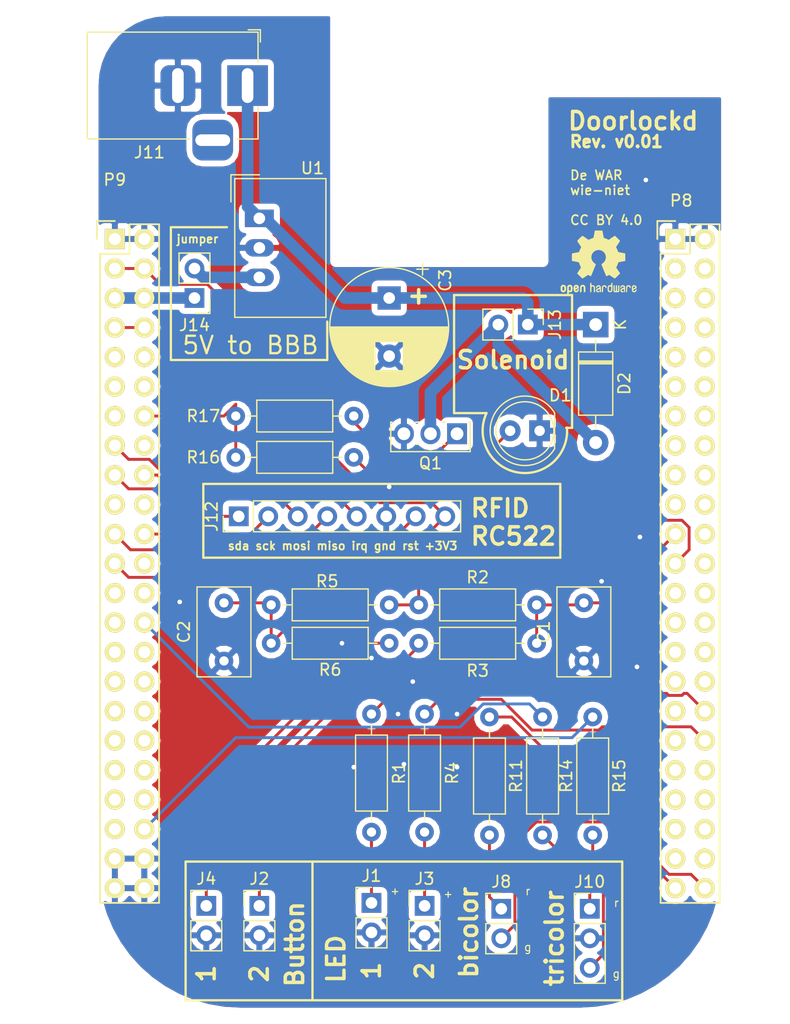
<source format=kicad_pcb>
(kicad_pcb (version 20171130) (host pcbnew "(5.0.2-5)-5")
  (layers (0 F.Cu signal) (31 B.Cu signal) (34 B.Paste user) (35 F.Paste user) (36 B.SilkS user) (37 F.SilkS user) (38 B.Mask user) (39 F.Mask user) (44 Edge.Cuts user))
  (net 0 "")
  (net 1 +3V3)
  (net 2 +5V)
  (net 3 SYS_5V)
  (net 4 Earth)
  (net 5 "Net-(D1-Pad2)")
  (net 6 +12V)
  (net 7 "Net-(D2-Pad2)")
  (net 8 "Net-(J1-Pad1)")
  (net 9 "Net-(J2-Pad1)")
  (net 10 "Net-(J3-Pad1)")
  (net 11 "Net-(J4-Pad1)")
  (net 12 "Net-(J8-Pad1)")
  (net 13 IO-P8_45-UI_BiLED1g)
  (net 14 "Net-(J10-Pad1)")
  (net 15 "Net-(J10-Pad3)")
  (net 16 IO-P9_17-RC522_SDA)
  (net 17 IO-P9_22-RC522_SCK)
  (net 18 IO-P9_18-RC522_MOSI)
  (net 19 IO-P9_21-RC522_MISO)
  (net 20 IO-P9_15-RC522_IRQ)
  (net 21 IO-P9_23-RC522_RST)
  (net 22 "Net-(J14-Pad2)")
  (net 23 IO-P8_34-UILED1)
  (net 24 IO-P8_36-UILED2)
  (net 25 IO-P8_46-UI_BiLED1r)
  (net 26 IO-P9_14-Solenoid)
  (net 27 IO-P9_28-UI_TriLED1r)
  (net 28 IO-P9_42-UI_TriLED1g)
  (net 29 "Net-(Q1-Pad1)")
  (net 30 IO-P8_21-Button2)
  (net 31 IO-P8_23-Button1)
  (module Socket_BeagleBone_Black:Socket_BeagleBone_Black (layer F.Cu) (at 164.6301 62.3824)
    (fp_text reference P8 (at 0.508 -3.302) (layer F.SilkS))
    (fp_text value BeagleBone_Black_Header)
    (pad 46 thru_hole oval (at 2.54 55.88) (size 1.7272 1.7272) (drill 1.016) (layers *.Cu *.Mask F.SilkS) (net 25 IO-P8_46-UI_BiLED1r))
    (pad 45 thru_hole oval (at 0 55.88) (size 1.7272 1.7272) (drill 1.016) (layers *.Cu *.Mask F.SilkS) (net 13 IO-P8_45-UI_BiLED1g))
    (pad 44 thru_hole oval (at 2.54 53.34) (size 1.7272 1.7272) (drill 1.016) (layers *.Cu *.Mask F.SilkS))
    (pad 43 thru_hole oval (at 0 53.34) (size 1.7272 1.7272) (drill 1.016) (layers *.Cu *.Mask F.SilkS))
    (pad 42 thru_hole oval (at 2.54 50.8) (size 1.7272 1.7272) (drill 1.016) (layers *.Cu *.Mask F.SilkS))
    (pad 41 thru_hole oval (at 0 50.8) (size 1.7272 1.7272) (drill 1.016) (layers *.Cu *.Mask F.SilkS))
    (pad 40 thru_hole oval (at 2.54 48.26) (size 1.7272 1.7272) (drill 1.016) (layers *.Cu *.Mask F.SilkS))
    (pad 39 thru_hole oval (at 0 48.26) (size 1.7272 1.7272) (drill 1.016) (layers *.Cu *.Mask F.SilkS))
    (pad 38 thru_hole oval (at 2.54 45.72) (size 1.7272 1.7272) (drill 1.016) (layers *.Cu *.Mask F.SilkS))
    (pad 37 thru_hole oval (at 0 45.72) (size 1.7272 1.7272) (drill 1.016) (layers *.Cu *.Mask F.SilkS))
    (pad 36 thru_hole oval (at 2.54 43.18) (size 1.7272 1.7272) (drill 1.016) (layers *.Cu *.Mask F.SilkS) (net 24 IO-P8_36-UILED2))
    (pad 35 thru_hole oval (at 0 43.18) (size 1.7272 1.7272) (drill 1.016) (layers *.Cu *.Mask F.SilkS))
    (pad 34 thru_hole oval (at 2.54 40.64) (size 1.7272 1.7272) (drill 1.016) (layers *.Cu *.Mask F.SilkS) (net 23 IO-P8_34-UILED1))
    (pad 33 thru_hole oval (at 0 40.64) (size 1.7272 1.7272) (drill 1.016) (layers *.Cu *.Mask F.SilkS))
    (pad 32 thru_hole oval (at 2.54 38.1) (size 1.7272 1.7272) (drill 1.016) (layers *.Cu *.Mask F.SilkS))
    (pad 31 thru_hole oval (at 0 38.1) (size 1.7272 1.7272) (drill 1.016) (layers *.Cu *.Mask F.SilkS))
    (pad 30 thru_hole oval (at 2.54 35.56) (size 1.7272 1.7272) (drill 1.016) (layers *.Cu *.Mask F.SilkS))
    (pad 29 thru_hole oval (at 0 35.56) (size 1.7272 1.7272) (drill 1.016) (layers *.Cu *.Mask F.SilkS))
    (pad 28 thru_hole oval (at 2.54 33.02) (size 1.7272 1.7272) (drill 1.016) (layers *.Cu *.Mask F.SilkS))
    (pad 27 thru_hole oval (at 0 33.02) (size 1.7272 1.7272) (drill 1.016) (layers *.Cu *.Mask F.SilkS))
    (pad 26 thru_hole oval (at 2.54 30.48) (size 1.7272 1.7272) (drill 1.016) (layers *.Cu *.Mask F.SilkS))
    (pad 25 thru_hole oval (at 0 30.48) (size 1.7272 1.7272) (drill 1.016) (layers *.Cu *.Mask F.SilkS))
    (pad 24 thru_hole oval (at 2.54 27.94) (size 1.7272 1.7272) (drill 1.016) (layers *.Cu *.Mask F.SilkS))
    (pad 23 thru_hole oval (at 0 27.94) (size 1.7272 1.7272) (drill 1.016) (layers *.Cu *.Mask F.SilkS) (net 31 IO-P8_23-Button1))
    (pad 22 thru_hole oval (at 2.54 25.4) (size 1.7272 1.7272) (drill 1.016) (layers *.Cu *.Mask F.SilkS))
    (pad 21 thru_hole oval (at 0 25.4) (size 1.7272 1.7272) (drill 1.016) (layers *.Cu *.Mask F.SilkS) (net 30 IO-P8_21-Button2))
    (pad 20 thru_hole oval (at 2.54 22.86) (size 1.7272 1.7272) (drill 1.016) (layers *.Cu *.Mask F.SilkS))
    (pad 19 thru_hole oval (at 0 22.86) (size 1.7272 1.7272) (drill 1.016) (layers *.Cu *.Mask F.SilkS))
    (pad 18 thru_hole oval (at 2.54 20.32) (size 1.7272 1.7272) (drill 1.016) (layers *.Cu *.Mask F.SilkS))
    (pad 17 thru_hole oval (at 0 20.32) (size 1.7272 1.7272) (drill 1.016) (layers *.Cu *.Mask F.SilkS))
    (pad 16 thru_hole oval (at 2.54 17.78) (size 1.7272 1.7272) (drill 1.016) (layers *.Cu *.Mask F.SilkS))
    (pad 15 thru_hole oval (at 0 17.78) (size 1.7272 1.7272) (drill 1.016) (layers *.Cu *.Mask F.SilkS))
    (pad 14 thru_hole oval (at 2.54 15.24) (size 1.7272 1.7272) (drill 1.016) (layers *.Cu *.Mask F.SilkS))
    (pad 13 thru_hole oval (at 0 15.24) (size 1.7272 1.7272) (drill 1.016) (layers *.Cu *.Mask F.SilkS))
    (pad 12 thru_hole oval (at 2.54 12.7) (size 1.7272 1.7272) (drill 1.016) (layers *.Cu *.Mask F.SilkS))
    (pad 11 thru_hole oval (at 0 12.7) (size 1.7272 1.7272) (drill 1.016) (layers *.Cu *.Mask F.SilkS))
    (pad 10 thru_hole oval (at 2.54 10.16) (size 1.7272 1.7272) (drill 1.016) (layers *.Cu *.Mask F.SilkS))
    (pad 9 thru_hole oval (at 0 10.16) (size 1.7272 1.7272) (drill 1.016) (layers *.Cu *.Mask F.SilkS))
    (pad 8 thru_hole oval (at 2.54 7.62) (size 1.7272 1.7272) (drill 1.016) (layers *.Cu *.Mask F.SilkS))
    (pad 7 thru_hole oval (at 0 7.62) (size 1.7272 1.7272) (drill 1.016) (layers *.Cu *.Mask F.SilkS))
    (pad 6 thru_hole oval (at 2.54 5.08) (size 1.7272 1.7272) (drill 1.016) (layers *.Cu *.Mask F.SilkS))
    (pad 5 thru_hole oval (at 0 5.08) (size 1.7272 1.7272) (drill 1.016) (layers *.Cu *.Mask F.SilkS))
    (pad 4 thru_hole oval (at 2.54 2.54) (size 1.7272 1.7272) (drill 1.016) (layers *.Cu *.Mask F.SilkS))
    (pad 3 thru_hole oval (at 0 2.54) (size 1.7272 1.7272) (drill 1.016) (layers *.Cu *.Mask F.SilkS))
    (pad 2 thru_hole oval (at 2.54 0) (size 1.7272 1.7272) (drill 1.016) (layers *.Cu *.Mask F.SilkS) (net 4 Earth))
    (pad 1 thru_hole rect (at 0 0) (size 1.7272 1.7272) (drill 1.016) (layers *.Cu *.Mask F.SilkS) (net 4 Earth))
  )
  (module Socket_BeagleBone_Black:Socket_BeagleBone_Black (layer F.Cu) (at 116.3701 62.3824)
    (fp_text reference P9 (at 0 -5.1) (layer F.SilkS))
    (fp_text value BeagleBone_Black_Header)
    (pad 46 thru_hole oval (at 2.54 55.88) (size 1.7272 1.7272) (drill 1.016) (layers *.Cu *.Mask F.SilkS) (net 4 Earth))
    (pad 45 thru_hole oval (at 0 55.88) (size 1.7272 1.7272) (drill 1.016) (layers *.Cu *.Mask F.SilkS) (net 4 Earth))
    (pad 44 thru_hole oval (at 2.54 53.34) (size 1.7272 1.7272) (drill 1.016) (layers *.Cu *.Mask F.SilkS) (net 4 Earth))
    (pad 43 thru_hole oval (at 0 53.34) (size 1.7272 1.7272) (drill 1.016) (layers *.Cu *.Mask F.SilkS) (net 4 Earth))
    (pad 42 thru_hole oval (at 2.54 50.8) (size 1.7272 1.7272) (drill 1.016) (layers *.Cu *.Mask F.SilkS) (net 28 IO-P9_42-UI_TriLED1g))
    (pad 41 thru_hole oval (at 0 50.8) (size 1.7272 1.7272) (drill 1.016) (layers *.Cu *.Mask F.SilkS))
    (pad 40 thru_hole oval (at 2.54 48.26) (size 1.7272 1.7272) (drill 1.016) (layers *.Cu *.Mask F.SilkS))
    (pad 39 thru_hole oval (at 0 48.26) (size 1.7272 1.7272) (drill 1.016) (layers *.Cu *.Mask F.SilkS))
    (pad 38 thru_hole oval (at 2.54 45.72) (size 1.7272 1.7272) (drill 1.016) (layers *.Cu *.Mask F.SilkS))
    (pad 37 thru_hole oval (at 0 45.72) (size 1.7272 1.7272) (drill 1.016) (layers *.Cu *.Mask F.SilkS))
    (pad 36 thru_hole oval (at 2.54 43.18) (size 1.7272 1.7272) (drill 1.016) (layers *.Cu *.Mask F.SilkS))
    (pad 35 thru_hole oval (at 0 43.18) (size 1.7272 1.7272) (drill 1.016) (layers *.Cu *.Mask F.SilkS))
    (pad 34 thru_hole oval (at 2.54 40.64) (size 1.7272 1.7272) (drill 1.016) (layers *.Cu *.Mask F.SilkS))
    (pad 33 thru_hole oval (at 0 40.64) (size 1.7272 1.7272) (drill 1.016) (layers *.Cu *.Mask F.SilkS))
    (pad 32 thru_hole oval (at 2.54 38.1) (size 1.7272 1.7272) (drill 1.016) (layers *.Cu *.Mask F.SilkS))
    (pad 31 thru_hole oval (at 0 38.1) (size 1.7272 1.7272) (drill 1.016) (layers *.Cu *.Mask F.SilkS))
    (pad 30 thru_hole oval (at 2.54 35.56) (size 1.7272 1.7272) (drill 1.016) (layers *.Cu *.Mask F.SilkS))
    (pad 29 thru_hole oval (at 0 35.56) (size 1.7272 1.7272) (drill 1.016) (layers *.Cu *.Mask F.SilkS))
    (pad 28 thru_hole oval (at 2.54 33.02) (size 1.7272 1.7272) (drill 1.016) (layers *.Cu *.Mask F.SilkS) (net 27 IO-P9_28-UI_TriLED1r))
    (pad 27 thru_hole oval (at 0 33.02) (size 1.7272 1.7272) (drill 1.016) (layers *.Cu *.Mask F.SilkS))
    (pad 26 thru_hole oval (at 2.54 30.48) (size 1.7272 1.7272) (drill 1.016) (layers *.Cu *.Mask F.SilkS))
    (pad 25 thru_hole oval (at 0 30.48) (size 1.7272 1.7272) (drill 1.016) (layers *.Cu *.Mask F.SilkS))
    (pad 24 thru_hole oval (at 2.54 27.94) (size 1.7272 1.7272) (drill 1.016) (layers *.Cu *.Mask F.SilkS))
    (pad 23 thru_hole oval (at 0 27.94) (size 1.7272 1.7272) (drill 1.016) (layers *.Cu *.Mask F.SilkS) (net 21 IO-P9_23-RC522_RST))
    (pad 22 thru_hole oval (at 2.54 25.4) (size 1.7272 1.7272) (drill 1.016) (layers *.Cu *.Mask F.SilkS) (net 17 IO-P9_22-RC522_SCK))
    (pad 21 thru_hole oval (at 0 25.4) (size 1.7272 1.7272) (drill 1.016) (layers *.Cu *.Mask F.SilkS) (net 19 IO-P9_21-RC522_MISO))
    (pad 20 thru_hole oval (at 2.54 22.86) (size 1.7272 1.7272) (drill 1.016) (layers *.Cu *.Mask F.SilkS))
    (pad 19 thru_hole oval (at 0 22.86) (size 1.7272 1.7272) (drill 1.016) (layers *.Cu *.Mask F.SilkS))
    (pad 18 thru_hole oval (at 2.54 20.32) (size 1.7272 1.7272) (drill 1.016) (layers *.Cu *.Mask F.SilkS) (net 18 IO-P9_18-RC522_MOSI))
    (pad 17 thru_hole oval (at 0 20.32) (size 1.7272 1.7272) (drill 1.016) (layers *.Cu *.Mask F.SilkS) (net 16 IO-P9_17-RC522_SDA))
    (pad 16 thru_hole oval (at 2.54 17.78) (size 1.7272 1.7272) (drill 1.016) (layers *.Cu *.Mask F.SilkS))
    (pad 15 thru_hole oval (at 0 17.78) (size 1.7272 1.7272) (drill 1.016) (layers *.Cu *.Mask F.SilkS) (net 20 IO-P9_15-RC522_IRQ))
    (pad 14 thru_hole oval (at 2.54 15.24) (size 1.7272 1.7272) (drill 1.016) (layers *.Cu *.Mask F.SilkS) (net 26 IO-P9_14-Solenoid))
    (pad 13 thru_hole oval (at 0 15.24) (size 1.7272 1.7272) (drill 1.016) (layers *.Cu *.Mask F.SilkS))
    (pad 12 thru_hole oval (at 2.54 12.7) (size 1.7272 1.7272) (drill 1.016) (layers *.Cu *.Mask F.SilkS))
    (pad 11 thru_hole oval (at 0 12.7) (size 1.7272 1.7272) (drill 1.016) (layers *.Cu *.Mask F.SilkS))
    (pad 10 thru_hole oval (at 2.54 10.16) (size 1.7272 1.7272) (drill 1.016) (layers *.Cu *.Mask F.SilkS))
    (pad 9 thru_hole oval (at 0 10.16) (size 1.7272 1.7272) (drill 1.016) (layers *.Cu *.Mask F.SilkS))
    (pad 8 thru_hole oval (at 2.54 7.62) (size 1.7272 1.7272) (drill 1.016) (layers *.Cu *.Mask F.SilkS) (net 3 SYS_5V))
    (pad 7 thru_hole oval (at 0 7.62) (size 1.7272 1.7272) (drill 1.016) (layers *.Cu *.Mask F.SilkS) (net 3 SYS_5V))
    (pad 6 thru_hole oval (at 2.54 5.08) (size 1.7272 1.7272) (drill 1.016) (layers *.Cu *.Mask F.SilkS) (net 2 +5V))
    (pad 5 thru_hole oval (at 0 5.08) (size 1.7272 1.7272) (drill 1.016) (layers *.Cu *.Mask F.SilkS) (net 2 +5V))
    (pad 4 thru_hole oval (at 2.54 2.54) (size 1.7272 1.7272) (drill 1.016) (layers *.Cu *.Mask F.SilkS) (net 1 +3V3))
    (pad 3 thru_hole oval (at 0 2.54) (size 1.7272 1.7272) (drill 1.016) (layers *.Cu *.Mask F.SilkS) (net 1 +3V3))
    (pad 2 thru_hole oval (at 2.54 0) (size 1.7272 1.7272) (drill 1.016) (layers *.Cu *.Mask F.SilkS) (net 4 Earth))
    (pad 1 thru_hole rect (at 0 0) (size 1.7272 1.7272) (drill 1.016) (layers *.Cu *.Mask F.SilkS) (net 4 Earth))
  )
  (module Capacitor_THT:C_Disc_D7.5mm_W4.4mm_P5.00mm (layer F.Cu) (at 156.7561 98.7044 90)
    (fp_text reference C1 (at 2.5 -3.45 90) (layer F.SilkS))
    (fp_text value C)
    (pad 2 thru_hole circle (at 5 0 90) (size 1.6 1.6) (drill 0.8) (layers *.Cu *.Mask) (net 30 IO-P8_21-Button2))
    (pad 1 thru_hole circle (at 0 0 90) (size 1.6 1.6) (drill 0.8) (layers *.Cu *.Mask) (net 4 Earth))
  )
  (module Capacitor_THT:C_Disc_D7.5mm_W4.4mm_P5.00mm (layer F.Cu) (at 125.7681 98.7044 90)
    (fp_text reference C2 (at 2.5 -3.45 90) (layer F.SilkS))
    (fp_text value C)
    (pad 2 thru_hole circle (at 5 0 90) (size 1.6 1.6) (drill 0.8) (layers *.Cu *.Mask) (net 31 IO-P8_23-Button1))
    (pad 1 thru_hole circle (at 0 0 90) (size 1.6 1.6) (drill 0.8) (layers *.Cu *.Mask) (net 4 Earth))
  )
  (module LED_THT:LED_D5.0mm (layer F.Cu) (at 152.9461 78.8924 180)
    (fp_text reference D1 (at -1.778 3.048 180) (layer F.SilkS))
    (fp_text value LED)
    (pad 2 thru_hole circle (at 2.54 0 180) (size 1.8 1.8) (drill 0.9) (layers *.Cu *.Mask) (net 5 "Net-(D1-Pad2)"))
    (pad 1 thru_hole rect (at 0 0 180) (size 1.8 1.8) (drill 0.9) (layers *.Cu *.Mask) (net 4 Earth))
  )
  (module Diode_THT:D_DO-41_SOD81_P10.16mm_Horizontal (layer F.Cu) (at 157.7721 69.7484 270)
    (fp_text reference D2 (at 5.08 -2.47 270) (layer F.SilkS))
    (fp_text value 1N4007)
    (fp_text user K (at 0 -2.1 270) (layer F.SilkS))
    (pad 2 thru_hole oval (at 10.16 0 270) (size 2.2 2.2) (drill 1.1) (layers *.Cu *.Mask) (net 7 "Net-(D2-Pad2)"))
    (pad 1 thru_hole rect (at 0 0 270) (size 2.2 2.2) (drill 1.1) (layers *.Cu *.Mask) (net 6 +12V))
  )
  (module Connector_PinHeader_2.54mm:PinHeader_1x02_P2.54mm_Vertical (layer F.Cu) (at 138.4681 119.5324)
    (fp_text reference J1 (at 0 -2.33) (layer F.SilkS))
    (fp_text value Conn_01x02)
    (pad 2 thru_hole oval (at 0 2.54) (size 1.7 1.7) (drill 1) (layers *.Cu *.Mask) (net 4 Earth))
    (pad 1 thru_hole rect (at 0 0) (size 1.7 1.7) (drill 1) (layers *.Cu *.Mask) (net 8 "Net-(J1-Pad1)"))
  )
  (module Connector_PinHeader_2.54mm:PinHeader_1x02_P2.54mm_Vertical (layer F.Cu) (at 128.8161 119.7864)
    (fp_text reference J2 (at 0 -2.33) (layer F.SilkS))
    (fp_text value Conn_01x02)
    (pad 2 thru_hole oval (at 0 2.54) (size 1.7 1.7) (drill 1) (layers *.Cu *.Mask) (net 4 Earth))
    (pad 1 thru_hole rect (at 0 0) (size 1.7 1.7) (drill 1) (layers *.Cu *.Mask) (net 9 "Net-(J2-Pad1)"))
  )
  (module Connector_PinHeader_2.54mm:PinHeader_1x02_P2.54mm_Vertical (layer F.Cu) (at 143.0401 119.7864)
    (fp_text reference J3 (at 0 -2.33) (layer F.SilkS))
    (fp_text value Conn_01x02)
    (pad 2 thru_hole oval (at 0 2.54) (size 1.7 1.7) (drill 1) (layers *.Cu *.Mask) (net 4 Earth))
    (pad 1 thru_hole rect (at 0 0) (size 1.7 1.7) (drill 1) (layers *.Cu *.Mask) (net 10 "Net-(J3-Pad1)"))
  )
  (module Connector_PinHeader_2.54mm:PinHeader_1x02_P2.54mm_Vertical (layer F.Cu) (at 124.2441 119.7864)
    (fp_text reference J4 (at 0 -2.33) (layer F.SilkS))
    (fp_text value Conn_01x02)
    (pad 2 thru_hole oval (at 0 2.54) (size 1.7 1.7) (drill 1) (layers *.Cu *.Mask) (net 4 Earth))
    (pad 1 thru_hole rect (at 0 0) (size 1.7 1.7) (drill 1) (layers *.Cu *.Mask) (net 11 "Net-(J4-Pad1)"))
  )
  (module Connector_PinHeader_2.54mm:PinHeader_1x02_P2.54mm_Vertical (layer F.Cu) (at 149.6441 120.0404)
    (fp_text reference J8 (at 0 -2.33) (layer F.SilkS))
    (fp_text value Conn_01x02)
    (pad 2 thru_hole oval (at 0 2.54) (size 1.7 1.7) (drill 1) (layers *.Cu *.Mask) (net 13 IO-P8_45-UI_BiLED1g))
    (pad 1 thru_hole rect (at 0 0) (size 1.7 1.7) (drill 1) (layers *.Cu *.Mask) (net 12 "Net-(J8-Pad1)"))
  )
  (module Connector_PinHeader_2.54mm:PinHeader_1x03_P2.54mm_Vertical (layer F.Cu) (at 157.2641 120.0404)
    (fp_text reference J10 (at 0 -2.33) (layer F.SilkS))
    (fp_text value Conn_01x03)
    (pad 3 thru_hole oval (at 0 5.08) (size 1.7 1.7) (drill 1) (layers *.Cu *.Mask) (net 15 "Net-(J10-Pad3)"))
    (pad 2 thru_hole oval (at 0 2.54) (size 1.7 1.7) (drill 1) (layers *.Cu *.Mask) (net 4 Earth))
    (pad 1 thru_hole rect (at 0 0) (size 1.7 1.7) (drill 1) (layers *.Cu *.Mask) (net 14 "Net-(J10-Pad1)"))
  )
  (module Connector_BarrelJack:BarrelJack_Horizontal (layer F.Cu) (at 127.8001 49.1744)
    (fp_text reference J11 (at -8.45 5.75) (layer F.SilkS))
    (fp_text value Barrel_Jack_Switch)
    (pad 3 thru_hole roundrect (at -3 4.7) (size 3.5 3.5) (drill oval 3 1) (layers *.Cu *.Mask))
    (pad 2 thru_hole roundrect (at -6 0) (size 3 3.5) (drill oval 1 3) (layers *.Cu *.Mask) (net 4 Earth))
    (pad 1 thru_hole rect (at 0 0) (size 3.5 3.5) (drill oval 1 3) (layers *.Cu *.Mask) (net 6 +12V))
  )
  (module Package_TO_SOT_THT:SIPAK_Vertical (layer F.Cu) (at 145.8341 79.1464 180)
    (fp_text reference Q1 (at 2.286 -2.54 180) (layer F.SilkS))
    (fp_text value STU60N3LH5)
    (pad 3 thru_hole oval (at 4.572 0 180) (size 1.7145 1.8) (drill 1.1) (layers *.Cu *.Mask) (net 4 Earth))
    (pad 2 thru_hole oval (at 2.286 0 180) (size 1.7145 1.8) (drill 1.1) (layers *.Cu *.Mask) (net 7 "Net-(D2-Pad2)"))
    (pad 1 thru_hole rect (at 0 0 180) (size 1.7145 1.8) (drill 1.1) (layers *.Cu *.Mask) (net 29 "Net-(Q1-Pad1)"))
  )
  (module Resistor_THT:R_Axial_DIN0207_L6.3mm_D2.5mm_P10.16mm_Horizontal (layer F.Cu) (at 138.4681 103.2764 270)
    (fp_text reference R1 (at 5.08 -2.37 270) (layer F.SilkS))
    (fp_text value R)
    (pad 2 thru_hole oval (at 10.16 0 270) (size 1.6 1.6) (drill 0.8) (layers *.Cu *.Mask) (net 8 "Net-(J1-Pad1)"))
    (pad 1 thru_hole circle (at 0 0 270) (size 1.6 1.6) (drill 0.8) (layers *.Cu *.Mask) (net 23 IO-P8_34-UILED1))
  )
  (module Resistor_THT:R_Axial_DIN0207_L6.3mm_D2.5mm_P10.16mm_Horizontal (layer F.Cu) (at 142.5321 93.8784)
    (fp_text reference R2 (at 5.08 -2.37) (layer F.SilkS))
    (fp_text value R)
    (pad 2 thru_hole oval (at 10.16 0) (size 1.6 1.6) (drill 0.8) (layers *.Cu *.Mask) (net 30 IO-P8_21-Button2))
    (pad 1 thru_hole circle (at 0 0) (size 1.6 1.6) (drill 0.8) (layers *.Cu *.Mask) (net 1 +3V3))
  )
  (module Resistor_THT:R_Axial_DIN0207_L6.3mm_D2.5mm_P10.16mm_Horizontal (layer F.Cu) (at 152.6921 97.1804 180)
    (fp_text reference R3 (at 5.08 -2.37 180) (layer F.SilkS))
    (fp_text value R)
    (pad 2 thru_hole oval (at 10.16 0 180) (size 1.6 1.6) (drill 0.8) (layers *.Cu *.Mask) (net 9 "Net-(J2-Pad1)"))
    (pad 1 thru_hole circle (at 0 0 180) (size 1.6 1.6) (drill 0.8) (layers *.Cu *.Mask) (net 30 IO-P8_21-Button2))
  )
  (module Resistor_THT:R_Axial_DIN0207_L6.3mm_D2.5mm_P10.16mm_Horizontal (layer F.Cu) (at 143.0401 103.2764 270)
    (fp_text reference R4 (at 5.08 -2.37 270) (layer F.SilkS))
    (fp_text value R)
    (pad 2 thru_hole oval (at 10.16 0 270) (size 1.6 1.6) (drill 0.8) (layers *.Cu *.Mask) (net 10 "Net-(J3-Pad1)"))
    (pad 1 thru_hole circle (at 0 0 270) (size 1.6 1.6) (drill 0.8) (layers *.Cu *.Mask) (net 24 IO-P8_36-UILED2))
  )
  (module Resistor_THT:R_Axial_DIN0207_L6.3mm_D2.5mm_P10.16mm_Horizontal (layer F.Cu) (at 139.9921 93.8784 180)
    (fp_text reference R5 (at 5.334 2.032 180) (layer F.SilkS))
    (fp_text value R)
    (pad 2 thru_hole oval (at 10.16 0 180) (size 1.6 1.6) (drill 0.8) (layers *.Cu *.Mask) (net 31 IO-P8_23-Button1))
    (pad 1 thru_hole circle (at 0 0 180) (size 1.6 1.6) (drill 0.8) (layers *.Cu *.Mask) (net 1 +3V3))
  )
  (module Resistor_THT:R_Axial_DIN0207_L6.3mm_D2.5mm_P10.16mm_Horizontal (layer F.Cu) (at 129.8321 97.1804)
    (fp_text reference R6 (at 5.08 2.286) (layer F.SilkS))
    (fp_text value R)
    (pad 2 thru_hole oval (at 10.16 0) (size 1.6 1.6) (drill 0.8) (layers *.Cu *.Mask) (net 11 "Net-(J4-Pad1)"))
    (pad 1 thru_hole circle (at 0 0) (size 1.6 1.6) (drill 0.8) (layers *.Cu *.Mask) (net 31 IO-P8_23-Button1))
  )
  (module Resistor_THT:R_Axial_DIN0207_L6.3mm_D2.5mm_P10.16mm_Horizontal (layer F.Cu) (at 148.6281 103.5304 270)
    (fp_text reference R11 (at 5.08 -2.286 270) (layer F.SilkS))
    (fp_text value R)
    (pad 2 thru_hole oval (at 10.16 0 270) (size 1.6 1.6) (drill 0.8) (layers *.Cu *.Mask) (net 12 "Net-(J8-Pad1)"))
    (pad 1 thru_hole circle (at 0 0 270) (size 1.6 1.6) (drill 0.8) (layers *.Cu *.Mask) (net 25 IO-P8_46-UI_BiLED1r))
  )
  (module Resistor_THT:R_Axial_DIN0207_L6.3mm_D2.5mm_P10.16mm_Horizontal (layer F.Cu) (at 153.2001 113.6904 90)
    (fp_text reference R14 (at 5.08 2.032 90) (layer F.SilkS))
    (fp_text value R)
    (pad 2 thru_hole oval (at 10.16 0 90) (size 1.6 1.6) (drill 0.8) (layers *.Cu *.Mask) (net 27 IO-P9_28-UI_TriLED1r))
    (pad 1 thru_hole circle (at 0 0 90) (size 1.6 1.6) (drill 0.8) (layers *.Cu *.Mask) (net 14 "Net-(J10-Pad1)"))
  )
  (module Resistor_THT:R_Axial_DIN0207_L6.3mm_D2.5mm_P10.16mm_Horizontal (layer F.Cu) (at 157.5181 113.6904 90)
    (fp_text reference R15 (at 5.08 2.286 90) (layer F.SilkS))
    (fp_text value R)
    (pad 2 thru_hole oval (at 10.16 0 90) (size 1.6 1.6) (drill 0.8) (layers *.Cu *.Mask) (net 28 IO-P9_42-UI_TriLED1g))
    (pad 1 thru_hole circle (at 0 0 90) (size 1.6 1.6) (drill 0.8) (layers *.Cu *.Mask) (net 15 "Net-(J10-Pad3)"))
  )
  (module Resistor_THT:R_Axial_DIN0207_L6.3mm_D2.5mm_P10.16mm_Horizontal (layer F.Cu) (at 126.7841 81.1784)
    (fp_text reference R16 (at -2.794 0) (layer F.SilkS))
    (fp_text value R)
    (pad 2 thru_hole oval (at 10.16 0) (size 1.6 1.6) (drill 0.8) (layers *.Cu *.Mask) (net 5 "Net-(D1-Pad2)"))
    (pad 1 thru_hole circle (at 0 0) (size 1.6 1.6) (drill 0.8) (layers *.Cu *.Mask) (net 26 IO-P9_14-Solenoid))
  )
  (module Resistor_THT:R_Axial_DIN0207_L6.3mm_D2.5mm_P10.16mm_Horizontal (layer F.Cu) (at 126.7841 77.6224)
    (fp_text reference R17 (at -2.794 0) (layer F.SilkS))
    (fp_text value R)
    (pad 2 thru_hole oval (at 10.16 0) (size 1.6 1.6) (drill 0.8) (layers *.Cu *.Mask) (net 29 "Net-(Q1-Pad1)"))
    (pad 1 thru_hole circle (at 0 0) (size 1.6 1.6) (drill 0.8) (layers *.Cu *.Mask) (net 26 IO-P9_14-Solenoid))
  )
  (module Converter_DCDC:Converter_DCDC_TRACO_TSR-1_THT (layer F.Cu) (at 128.8161 60.6044 270)
    (fp_text reference U1 (at -4.318 -4.572) (layer F.SilkS))
    (fp_text value TSR_1-2450)
    (pad 3 thru_hole oval (at 5.08 0 270) (size 1.5 2.5) (drill 1) (layers *.Cu *.Mask) (net 22 "Net-(J14-Pad2)"))
    (pad 2 thru_hole oval (at 2.54 0 270) (size 1.5 2.5) (drill 1) (layers *.Cu *.Mask) (net 4 Earth))
    (pad 1 thru_hole rect (at 0 0 270) (size 1.5 2.5) (drill 1) (layers *.Cu *.Mask) (net 6 +12V))
  )
  (module Connector_PinHeader_2.54mm:PinHeader_1x08_P2.54mm_Vertical (layer F.Cu) (at 127.0381 86.2584 90)
    (fp_text reference J12 (at 0 -2.33 90) (layer F.SilkS))
    (fp_text value Conn_01x08)
    (pad 8 thru_hole oval (at 0 17.78 90) (size 1.7 1.7) (drill 1) (layers *.Cu *.Mask) (net 1 +3V3))
    (pad 7 thru_hole oval (at 0 15.24 90) (size 1.7 1.7) (drill 1) (layers *.Cu *.Mask) (net 21 IO-P9_23-RC522_RST))
    (pad 6 thru_hole oval (at 0 12.7 90) (size 1.7 1.7) (drill 1) (layers *.Cu *.Mask) (net 4 Earth))
    (pad 5 thru_hole oval (at 0 10.16 90) (size 1.7 1.7) (drill 1) (layers *.Cu *.Mask) (net 20 IO-P9_15-RC522_IRQ))
    (pad 4 thru_hole oval (at 0 7.62 90) (size 1.7 1.7) (drill 1) (layers *.Cu *.Mask) (net 19 IO-P9_21-RC522_MISO))
    (pad 3 thru_hole oval (at 0 5.08 90) (size 1.7 1.7) (drill 1) (layers *.Cu *.Mask) (net 18 IO-P9_18-RC522_MOSI))
    (pad 2 thru_hole oval (at 0 2.54 90) (size 1.7 1.7) (drill 1) (layers *.Cu *.Mask) (net 17 IO-P9_22-RC522_SCK))
    (pad 1 thru_hole rect (at 0 0 90) (size 1.7 1.7) (drill 1) (layers *.Cu *.Mask) (net 16 IO-P9_17-RC522_SDA))
  )
  (module Connector_PinHeader_2.54mm:PinHeader_1x02_P2.54mm_Vertical (layer F.Cu) (at 151.9301 69.7484 270)
    (fp_text reference J13 (at 0 -2.33 270) (layer F.SilkS))
    (fp_text value Conn_01x02)
    (pad 2 thru_hole oval (at 0 2.54 270) (size 1.7 1.7) (drill 1) (layers *.Cu *.Mask) (net 7 "Net-(D2-Pad2)"))
    (pad 1 thru_hole rect (at 0 0 270) (size 1.7 1.7) (drill 1) (layers *.Cu *.Mask) (net 6 +12V))
  )
  (module Connector_PinHeader_2.54mm:PinHeader_1x02_P2.54mm_Vertical (layer F.Cu) (at 123.2281 67.4624 180)
    (fp_text reference J14 (at 0 -2.33 180) (layer F.SilkS))
    (fp_text value Conn_01x02)
    (pad 2 thru_hole oval (at 0 2.54 180) (size 1.7 1.7) (drill 1) (layers *.Cu *.Mask) (net 22 "Net-(J14-Pad2)"))
    (pad 1 thru_hole rect (at 0 0 180) (size 1.7 1.7) (drill 1) (layers *.Cu *.Mask) (net 2 +5V))
  )
  (module Capacitor_THT:CP_Radial_D10.0mm_P5.00mm (layer F.Cu) (at 139.9921 67.4624 270)
    (fp_text reference C3 (at -1.524 -4.826 270) (layer F.SilkS))
    (fp_text value 470u)
    (pad 2 thru_hole circle (at 5 0 270) (size 2 2) (drill 1) (layers *.Cu *.Mask) (net 4 Earth))
    (pad 1 thru_hole rect (at 0 0 270) (size 2 2) (drill 1) (layers *.Cu *.Mask) (net 6 +12V))
  )
  (module Symbol:OSHW-Logo2_7.3x6mm_SilkScreen (layer F.Cu) (at 158.0261 64.4144)
    (fp_text reference REF** hide)
    (fp_text value OSHW-Logo2_7.3x6mm_SilkScreen hide)
  )
  (gr_text "Rev. v0.01" (at 159.5501 54.0004) (layer F.SilkS) (effects (font (size 1 1) (thickness 0.25))))
  (gr_text g (at 159.5501 125.6284) (layer F.SilkS) (effects (font (size 0.7 0.7) (thickness 0.1))))
  (gr_text r (at 159.5501 119.5324) (layer F.SilkS) (effects (font (size 0.7 0.7) (thickness 0.1))))
  (gr_text g (at 151.9301 123.3424) (layer F.SilkS) (effects (font (size 0.7 0.7) (thickness 0.1))))
  (gr_text r (at 151.9301 118.5164) (layer F.SilkS) (effects (font (size 0.7 0.7) (thickness 0.1))))
  (gr_text + (at 145.0721 118.7704) (layer F.SilkS) (effects (font (size 0.6 0.6) (thickness 0.1))))
  (gr_text + (at 140.5001 118.5164) (layer F.SilkS) (effects (font (size 0.6 0.6) (thickness 0.1))))
  (gr_text + (at 142.5321 67.2084) (layer F.SilkS) (effects (font (size 1.5 1.5) (thickness 0.3))))
  (gr_text jumper (at 123.4821 62.3824) (layer F.SilkS) (effects (font (size 0.7 0.7))))
  (gr_text "De WAR\nwie-niet\n\nCC BY 4.0" (at 155.4861 58.8264) (layer F.SilkS) (effects (font (size 0.8 0.8) (thickness 0.14)) (justify left)))
  (gr_text "Doorlockd " (at 155.2321 52.2224) (layer F.SilkS) (effects (font (size 1.5 1.5) (thickness 0.3)) (justify left)))
  (gr_line (start 121.1961 61.3664) (end 126.0221 61.3664) (layer F.SilkS) (width 0.2))
  (gr_line (start 134.6581 72.7964) (end 134.6581 69.4944) (layer F.SilkS) (width 0.2))
  (gr_line (start 121.1961 72.7964) (end 134.6581 72.7964) (layer F.SilkS) (width 0.2))
  (gr_line (start 121.1961 61.3664) (end 121.1961 72.7964) (layer F.SilkS) (width 0.2))
  (gr_arc (start 151.6761 78.8924) (end 148.374101 77.368401) (angle -209.1738459) (layer F.SilkS) (width 0.2))
  (gr_line (start 155.7401 78.6384) (end 155.2321 78.6384) (layer F.SilkS) (width 0.2))
  (gr_line (start 145.5801 77.3684) (end 148.3741 77.3684) (layer F.SilkS) (width 0.2))
  (gr_text "5V to BBB" (at 128.0541 71.5264) (layer F.SilkS) (effects (font (size 1.5 1.5) (thickness 0.2))))
  (gr_text "sda sck mosi miso irq gnd rst +3V3" (at 126.0221 88.7984) (layer F.SilkS) (effects (font (size 0.7 0.7)) (justify left)))
  (gr_line (start 154.7241 83.4644) (end 154.7241 89.8144) (layer F.SilkS) (width 0.2))
  (gr_line (start 123.9901 83.4644) (end 154.7241 83.4644) (layer F.SilkS) (width 0.2))
  (gr_line (start 123.9901 89.8144) (end 123.9901 83.4644) (layer F.SilkS) (width 0.2))
  (gr_line (start 154.7241 89.8144) (end 123.9901 89.8144) (layer F.SilkS) (width 0.2))
  (gr_line (start 154.7241 83.7184) (end 154.7241 88.7984) (layer F.SilkS) (width 0.2))
  (gr_text "RFID\nRC522" (at 146.8501 86.7664) (layer F.SilkS) (effects (font (size 1.5 1.5) (thickness 0.3)) (justify left)))
  (gr_line (start 145.5801 67.2084) (end 145.5801 77.3684) (layer F.SilkS) (width 0.2))
  (gr_line (start 155.7401 67.2084) (end 145.5801 67.2084) (layer F.SilkS) (width 0.2))
  (gr_line (start 155.7401 78.6384) (end 155.7401 67.2084) (layer F.SilkS) (width 0.2))
  (gr_text Solenoid (at 150.6601 72.7964) (layer F.SilkS) (effects (font (size 1.5 1.5) (thickness 0.3))))
  (gr_text 2 (at 128.8161 125.6284 90) (layer F.SilkS) (effects (font (size 1.5 1.5) (thickness 0.3))))
  (gr_line (start 133.3881 115.9764) (end 133.3881 127.9144) (layer F.SilkS) (width 0.2))
  (gr_text tricolor (at 154.2161 122.5804 90) (layer F.SilkS) (effects (font (size 1.5 1.5) (thickness 0.3))))
  (gr_text bicolor (at 146.8501 122.0724 90) (layer F.SilkS) (effects (font (size 1.5 1.5) (thickness 0.3))))
  (gr_text LED (at 135.4201 124.3584 90) (layer F.SilkS) (effects (font (size 1.5 1.5) (thickness 0.3))))
  (gr_line (start 160.0581 115.9764) (end 160.0581 116.4844) (layer F.SilkS) (width 0.2))
  (gr_line (start 122.4661 115.9764) (end 160.0581 115.9764) (layer F.SilkS) (width 0.2))
  (gr_line (start 122.4661 127.9144) (end 122.4661 115.9764) (layer F.SilkS) (width 0.2))
  (gr_line (start 160.0581 127.9144) (end 122.4661 127.9144) (layer F.SilkS) (width 0.2))
  (gr_line (start 160.0581 116.2304) (end 160.0581 127.9144) (layer F.SilkS) (width 0.2))
  (gr_text 2 (at 143.0401 125.3744 90) (layer F.SilkS) (effects (font (size 1.5 1.5) (thickness 0.3))))
  (gr_text 1 (at 138.4681 125.3744 90) (layer F.SilkS) (effects (font (size 1.5 1.5) (thickness 0.3))))
  (gr_text Button (at 131.8641 123.0884 90) (layer F.SilkS) (effects (font (size 1.5 1.5) (thickness 0.3))))
  (gr_text 1 (at 124.2441 125.6284 90) (layer F.SilkS) (effects (font (size 1.5 1.5) (thickness 0.3))))
  (gr_arc (start 127.1651 116.3574) (end 127.1651 129.0574) (angle 90) (layer Edge.Cuts) (width 0.00254))
  (gr_arc (start 156.3751 116.3574) (end 169.0751 116.3574) (angle 90) (layer Edge.Cuts) (width 0.00254))
  (gr_arc (start 120.8151 49.0474) (end 114.4651 49.0474) (angle 90) (layer Edge.Cuts) (width 0.00254))
  (gr_line (start 135.4201 42.6974) (end 120.8151 42.6974) (layer Edge.Cuts) (width 0.00254))
  (gr_line (start 135.4201 64.2874) (end 135.4201 42.6974) (layer Edge.Cuts) (width 0.00254))
  (gr_line (start 153.2001 64.2874) (end 135.4201 64.2874) (layer Edge.Cuts) (width 0.00254))
  (gr_line (start 153.2001 49.6824) (end 153.2001 64.2874) (layer Edge.Cuts) (width 0.00254))
  (gr_line (start 169.0751 49.6824) (end 153.2001 49.6824) (layer Edge.Cuts) (width 0.00254))
  (gr_line (start 169.0751 116.3574) (end 169.0751 49.6824) (layer Edge.Cuts) (width 0.00254))
  (gr_line (start 127.1651 129.0574) (end 156.3751 129.0574) (layer Edge.Cuts) (width 0.00254))
  (gr_line (start 114.4651 49.0474) (end 114.4651 116.3574) (layer Edge.Cuts) (width 0.00254))
  (segment (start 139.9921 93.8784) (end 142.5321 93.8784) (width 0.25) (layer F.Cu) (net 1))
  (segment (start 142.5321 88.5444) (end 144.8181 86.2584) (width 0.25) (layer F.Cu) (net 1))
  (segment (start 142.5321 93.8784) (end 142.5321 88.5444) (width 0.25) (layer F.Cu) (net 1))
  (segment (start 117.591414 64.9224) (end 116.3701 64.9224) (width 0.25) (layer F.Cu) (net 1))
  (segment (start 118.12923 64.9224) (end 117.591414 64.9224) (width 0.25) (layer F.Cu) (net 1))
  (segment (start 143.968101 85.408401) (end 144.8181 86.2584) (width 0.25) (layer F.Cu) (net 1))
  (segment (start 143.643099 85.083399) (end 143.968101 85.408401) (width 0.25) (layer F.Cu) (net 1))
  (segment (start 139.174099 85.083399) (end 143.643099 85.083399) (width 0.25) (layer F.Cu) (net 1))
  (segment (start 132.6261 78.5354) (end 139.174099 85.083399) (width 0.25) (layer F.Cu) (net 1))
  (segment (start 132.6261 74.575398) (end 132.6261 78.5354) (width 0.25) (layer F.Cu) (net 1))
  (segment (start 124.338101 66.287399) (end 132.6261 74.575398) (width 0.25) (layer F.Cu) (net 1))
  (segment (start 120.275099 66.287399) (end 124.338101 66.287399) (width 0.25) (layer F.Cu) (net 1))
  (segment (start 118.9101 64.9224) (end 120.275099 66.287399) (width 0.25) (layer F.Cu) (net 1))
  (segment (start 116.3701 67.4624) (end 118.9101 67.4624) (width 1) (layer B.Cu) (net 2))
  (segment (start 118.9101 67.4624) (end 123.2281 67.4624) (width 1) (layer B.Cu) (net 2))
  (segment (start 116.3701 70.0024) (end 118.9101 70.0024) (width 0.25) (layer F.Cu) (net 3))
  (via (at 136.9441 107.8484) (size 0.6) (drill 0.4) (layers F.Cu B.Cu) (net 4))
  (via (at 141.2621 107.5944) (size 0.6) (drill 0.4) (layers F.Cu B.Cu) (net 4))
  (via (at 145.8341 107.8484) (size 0.6) (drill 0.4) (layers F.Cu B.Cu) (net 4))
  (via (at 140.7541 103.2764) (size 0.6) (drill 0.4) (layers F.Cu B.Cu) (net 4))
  (via (at 161.5821 88.0364) (size 0.6) (drill 0.4) (layers F.Cu B.Cu) (net 4))
  (via (at 152.1841 88.2904) (size 0.6) (drill 0.4) (layers F.Cu B.Cu) (net 4))
  (via (at 158.2801 91.8464) (size 0.6) (drill 0.4) (layers F.Cu B.Cu) (net 4))
  (via (at 142.0241 100.4824) (size 0.6) (drill 0.4) (layers F.Cu B.Cu) (net 4))
  (via (at 161.3281 99.2124) (size 0.6) (drill 0.4) (layers F.Cu B.Cu) (net 4))
  (via (at 121.9581 93.6244) (size 0.6) (drill 0.4) (layers F.Cu B.Cu) (net 4))
  (via (at 145.8341 103.2764) (size 0.6) (drill 0.4) (layers F.Cu B.Cu) (net 4))
  (via (at 139.9921 83.7184) (size 0.6) (drill 0.4) (layers F.Cu B.Cu) (net 4))
  (via (at 135.9281 97.1804) (size 0.6) (drill 0.4) (layers F.Cu B.Cu) (net 4))
  (via (at 138.4681 98.4504) (size 0.6) (drill 0.4) (layers F.Cu B.Cu) (net 4))
  (via (at 162.0901 57.3024) (size 0.6) (drill 0.4) (layers F.Cu B.Cu) (net 4))
  (segment (start 147.1041 82.1944) (end 150.4061 78.8924) (width 0.25) (layer F.Cu) (net 5))
  (segment (start 137.9601 82.1944) (end 147.1041 82.1944) (width 0.25) (layer F.Cu) (net 5))
  (segment (start 136.9441 81.1784) (end 137.9601 82.1944) (width 0.25) (layer F.Cu) (net 5))
  (segment (start 127.8001 59.5884) (end 128.8161 60.6044) (width 1) (layer B.Cu) (net 6))
  (segment (start 127.8001 49.1744) (end 127.8001 59.5884) (width 1) (layer B.Cu) (net 6))
  (segment (start 137.9921 67.4624) (end 139.9921 67.4624) (width 1) (layer B.Cu) (net 6))
  (segment (start 136.1741 67.4624) (end 137.9921 67.4624) (width 1) (layer B.Cu) (net 6))
  (segment (start 129.3161 60.6044) (end 136.1741 67.4624) (width 1) (layer B.Cu) (net 6))
  (segment (start 128.8161 60.6044) (end 129.3161 60.6044) (width 1) (layer B.Cu) (net 6))
  (segment (start 151.9301 67.8984) (end 151.9301 69.7484) (width 1) (layer B.Cu) (net 6))
  (segment (start 151.4941 67.4624) (end 151.9301 67.8984) (width 1) (layer B.Cu) (net 6))
  (segment (start 139.9921 67.4624) (end 151.4941 67.4624) (width 1) (layer B.Cu) (net 6))
  (segment (start 151.9301 69.7484) (end 157.7721 69.7484) (width 1) (layer B.Cu) (net 6))
  (segment (start 149.3901 71.5264) (end 149.3901 69.7484) (width 1) (layer B.Cu) (net 7))
  (segment (start 157.7721 79.9084) (end 149.3901 71.5264) (width 1) (layer B.Cu) (net 7))
  (segment (start 143.5481 75.5904) (end 143.5481 79.1464) (width 1) (layer B.Cu) (net 7))
  (segment (start 149.3901 69.7484) (end 143.5481 75.5904) (width 1) (layer B.Cu) (net 7))
  (segment (start 138.4681 113.4364) (end 138.4681 114.56777) (width 0.25) (layer F.Cu) (net 8))
  (segment (start 138.4681 113.4364) (end 138.4681 119.5324) (width 0.25) (layer F.Cu) (net 8))
  (segment (start 128.8161 109.1184) (end 128.8161 119.7864) (width 0.25) (layer F.Cu) (net 9))
  (segment (start 138.4681 99.4664) (end 128.8161 109.1184) (width 0.25) (layer F.Cu) (net 9))
  (segment (start 140.5001 99.4664) (end 138.4681 99.4664) (width 0.25) (layer F.Cu) (net 9))
  (segment (start 142.5321 97.4344) (end 140.5001 99.4664) (width 0.25) (layer F.Cu) (net 9))
  (segment (start 142.5321 97.1804) (end 142.5321 97.4344) (width 0.25) (layer F.Cu) (net 9))
  (segment (start 143.0401 113.4364) (end 143.0401 119.7864) (width 0.25) (layer F.Cu) (net 10))
  (segment (start 124.2441 111.1504) (end 124.2441 119.7864) (width 0.25) (layer F.Cu) (net 11))
  (segment (start 138.2141 97.1804) (end 124.2441 111.1504) (width 0.25) (layer F.Cu) (net 11))
  (segment (start 139.9921 97.1804) (end 138.2141 97.1804) (width 0.25) (layer F.Cu) (net 11))
  (segment (start 148.6281 119.0244) (end 149.6441 120.0404) (width 0.25) (layer F.Cu) (net 12))
  (segment (start 148.6281 113.6904) (end 148.6281 119.0244) (width 0.25) (layer F.Cu) (net 12))
  (segment (start 150.494099 121.730401) (end 149.6441 122.5804) (width 0.25) (layer F.Cu) (net 13))
  (segment (start 150.819101 121.405399) (end 150.494099 121.730401) (width 0.25) (layer F.Cu) (net 13))
  (segment (start 150.819101 114.406397) (end 150.819101 121.405399) (width 0.25) (layer F.Cu) (net 13))
  (segment (start 152.660099 112.565399) (end 150.819101 114.406397) (width 0.25) (layer F.Cu) (net 13))
  (segment (start 158.933099 112.565399) (end 152.660099 112.565399) (width 0.25) (layer F.Cu) (net 13))
  (segment (start 164.6301 118.2624) (end 158.933099 112.565399) (width 0.25) (layer F.Cu) (net 13))
  (segment (start 157.2641 117.7544) (end 157.2641 120.0404) (width 0.25) (layer F.Cu) (net 14))
  (segment (start 153.2001 113.6904) (end 157.2641 117.7544) (width 0.25) (layer F.Cu) (net 14))
  (segment (start 158.114099 124.270401) (end 157.2641 125.1204) (width 0.25) (layer F.Cu) (net 15))
  (segment (start 158.439101 123.945399) (end 158.114099 124.270401) (width 0.25) (layer F.Cu) (net 15))
  (segment (start 158.439101 118.292991) (end 158.439101 123.945399) (width 0.25) (layer F.Cu) (net 15))
  (segment (start 157.5181 117.37199) (end 158.439101 118.292991) (width 0.25) (layer F.Cu) (net 15))
  (segment (start 157.5181 113.6904) (end 157.5181 117.37199) (width 0.25) (layer F.Cu) (net 15))
  (segment (start 116.3701 82.7024) (end 117.558701 83.891001) (width 0.25) (layer F.Cu) (net 16))
  (segment (start 122.971278 86.2584) (end 125.9381 86.2584) (width 0.25) (layer F.Cu) (net 16))
  (segment (start 117.558701 83.891001) (end 120.603879 83.891001) (width 0.25) (layer F.Cu) (net 16))
  (segment (start 120.603879 83.891001) (end 122.971278 86.2584) (width 0.25) (layer F.Cu) (net 16))
  (segment (start 125.9381 86.2584) (end 127.0381 86.2584) (width 0.25) (layer F.Cu) (net 16))
  (segment (start 128.0541 87.7824) (end 129.5781 86.2584) (width 0.25) (layer F.Cu) (net 17))
  (segment (start 118.9101 87.7824) (end 128.0541 87.7824) (width 0.25) (layer F.Cu) (net 17))
  (segment (start 131.268101 85.408401) (end 132.1181 86.2584) (width 0.25) (layer F.Cu) (net 18))
  (segment (start 118.9101 82.7024) (end 120.051689 82.7024) (width 0.25) (layer F.Cu) (net 18))
  (segment (start 120.051689 82.7024) (end 121.0097 83.660411) (width 0.25) (layer F.Cu) (net 18))
  (segment (start 121.0097 83.660411) (end 129.520111 83.660411) (width 0.25) (layer F.Cu) (net 18))
  (segment (start 129.520111 83.660411) (end 131.268101 85.408401) (width 0.25) (layer F.Cu) (net 18))
  (segment (start 133.808101 87.108399) (end 134.6581 86.2584) (width 0.25) (layer F.Cu) (net 19))
  (segment (start 131.782701 89.133799) (end 133.808101 87.108399) (width 0.25) (layer F.Cu) (net 19))
  (segment (start 117.721499 89.133799) (end 131.782701 89.133799) (width 0.25) (layer F.Cu) (net 19))
  (segment (start 116.3701 87.7824) (end 117.721499 89.133799) (width 0.25) (layer F.Cu) (net 19))
  (segment (start 117.233699 81.025999) (end 116.3701 80.1624) (width 0.25) (layer F.Cu) (net 20))
  (segment (start 117.558701 81.351001) (end 117.233699 81.025999) (width 0.25) (layer F.Cu) (net 20))
  (segment (start 119.336701 81.351001) (end 117.558701 81.351001) (width 0.25) (layer F.Cu) (net 20))
  (segment (start 134.1501 83.2104) (end 121.1961 83.2104) (width 0.25) (layer F.Cu) (net 20))
  (segment (start 137.1981 86.2584) (end 134.1501 83.2104) (width 0.25) (layer F.Cu) (net 20))
  (segment (start 121.1961 83.2104) (end 119.336701 81.351001) (width 0.25) (layer F.Cu) (net 20))
  (segment (start 117.233699 91.185999) (end 116.3701 90.3224) (width 0.25) (layer F.Cu) (net 21))
  (segment (start 117.558701 91.511001) (end 117.233699 91.185999) (width 0.25) (layer F.Cu) (net 21))
  (segment (start 137.025499 91.511001) (end 117.558701 91.511001) (width 0.25) (layer F.Cu) (net 21))
  (segment (start 142.2781 86.2584) (end 137.025499 91.511001) (width 0.25) (layer F.Cu) (net 21))
  (segment (start 123.9901 65.6844) (end 123.2281 64.9224) (width 1) (layer B.Cu) (net 22))
  (segment (start 128.8161 65.6844) (end 123.9901 65.6844) (width 1) (layer B.Cu) (net 22))
  (segment (start 163.88697 101.4984) (end 140.2461 101.4984) (width 0.25) (layer F.Cu) (net 23))
  (segment (start 140.2461 101.4984) (end 139.268099 102.476401) (width 0.25) (layer F.Cu) (net 23))
  (segment (start 164.059571 101.671001) (end 163.88697 101.4984) (width 0.25) (layer F.Cu) (net 23))
  (segment (start 139.268099 102.476401) (end 138.4681 103.2764) (width 0.25) (layer F.Cu) (net 23))
  (segment (start 165.37323 101.4984) (end 165.200629 101.671001) (width 0.25) (layer F.Cu) (net 23))
  (segment (start 167.1701 103.0224) (end 165.6461 101.4984) (width 0.25) (layer F.Cu) (net 23))
  (segment (start 165.200629 101.671001) (end 164.059571 101.671001) (width 0.25) (layer F.Cu) (net 23))
  (segment (start 165.6461 101.4984) (end 165.37323 101.4984) (width 0.25) (layer F.Cu) (net 23))
  (segment (start 143.840099 102.476401) (end 143.0401 103.2764) (width 0.25) (layer F.Cu) (net 24))
  (segment (start 144.3101 102.0064) (end 143.840099 102.476401) (width 0.25) (layer F.Cu) (net 24))
  (segment (start 149.64692 102.0064) (end 144.3101 102.0064) (width 0.25) (layer F.Cu) (net 24))
  (segment (start 152.295921 104.655401) (end 149.64692 102.0064) (width 0.25) (layer F.Cu) (net 24))
  (segment (start 158.058101 104.655401) (end 152.295921 104.655401) (width 0.25) (layer F.Cu) (net 24))
  (segment (start 158.339703 104.373799) (end 158.058101 104.655401) (width 0.25) (layer F.Cu) (net 24))
  (segment (start 165.981499 104.373799) (end 158.339703 104.373799) (width 0.25) (layer F.Cu) (net 24))
  (segment (start 167.1701 105.5624) (end 165.981499 104.373799) (width 0.25) (layer F.Cu) (net 24))
  (segment (start 149.75947 103.5304) (end 148.6281 103.5304) (width 0.25) (layer F.Cu) (net 25))
  (segment (start 150.53451 103.5304) (end 149.75947 103.5304) (width 0.25) (layer F.Cu) (net 25))
  (segment (start 164.077909 117.073799) (end 150.53451 103.5304) (width 0.25) (layer F.Cu) (net 25))
  (segment (start 165.981499 117.073799) (end 164.077909 117.073799) (width 0.25) (layer F.Cu) (net 25))
  (segment (start 167.1701 118.2624) (end 165.981499 117.073799) (width 0.25) (layer F.Cu) (net 25))
  (segment (start 125.7681 77.6224) (end 126.7841 76.6064) (width 0.25) (layer F.Cu) (net 26))
  (segment (start 118.9101 77.6224) (end 125.7681 77.6224) (width 0.25) (layer F.Cu) (net 26))
  (segment (start 126.7841 77.73777) (end 126.7841 80.4164) (width 0.25) (layer F.Cu) (net 26))
  (segment (start 126.7841 76.6064) (end 126.7841 77.73777) (width 0.25) (layer F.Cu) (net 26))
  (segment (start 119.773699 96.265999) (end 118.9101 95.4024) (width 0.25) (layer B.Cu) (net 27))
  (segment (start 127.909101 104.401401) (end 119.773699 96.265999) (width 0.25) (layer B.Cu) (net 27))
  (segment (start 146.092097 104.401401) (end 127.909101 104.401401) (width 0.25) (layer B.Cu) (net 27))
  (segment (start 148.088099 102.405399) (end 146.092097 104.401401) (width 0.25) (layer B.Cu) (net 27))
  (segment (start 152.075099 102.405399) (end 148.088099 102.405399) (width 0.25) (layer B.Cu) (net 27))
  (segment (start 153.2001 103.5304) (end 152.075099 102.405399) (width 0.25) (layer B.Cu) (net 27))
  (segment (start 156.718101 104.330399) (end 157.5181 103.5304) (width 0.25) (layer B.Cu) (net 28))
  (segment (start 155.7401 105.3084) (end 156.718101 104.330399) (width 0.25) (layer B.Cu) (net 28))
  (segment (start 126.7841 105.3084) (end 155.7401 105.3084) (width 0.25) (layer B.Cu) (net 28))
  (segment (start 118.9101 113.1824) (end 126.7841 105.3084) (width 0.25) (layer B.Cu) (net 28))
  (segment (start 145.8341 79.10365) (end 145.8341 79.1464) (width 0.25) (layer F.Cu) (net 29))
  (segment (start 143.50535 81.4324) (end 145.8341 79.10365) (width 0.25) (layer F.Cu) (net 29))
  (segment (start 136.9441 78.1304) (end 140.2461 81.4324) (width 0.25) (layer F.Cu) (net 29))
  (segment (start 140.2461 81.4324) (end 143.50535 81.4324) (width 0.25) (layer F.Cu) (net 29))
  (segment (start 136.9441 77.6224) (end 136.9441 78.1304) (width 0.25) (layer F.Cu) (net 29))
  (segment (start 158.7081 93.7044) (end 156.8361 93.7044) (width 0.25) (layer F.Cu) (net 30))
  (segment (start 164.6301 87.7824) (end 158.7081 93.7044) (width 0.25) (layer F.Cu) (net 30))
  (segment (start 156.6621 93.8784) (end 152.6921 93.8784) (width 0.25) (layer F.Cu) (net 30))
  (segment (start 156.8361 93.7044) (end 156.6621 93.8784) (width 0.25) (layer F.Cu) (net 30))
  (segment (start 152.6921 93.8784) (end 152.6921 97.1804) (width 0.25) (layer F.Cu) (net 30))
  (segment (start 129.6581 93.7044) (end 129.8321 93.8784) (width 0.25) (layer F.Cu) (net 31))
  (segment (start 125.7681 93.7044) (end 129.6581 93.7044) (width 0.25) (layer F.Cu) (net 31))
  (segment (start 129.8321 93.8784) (end 129.8321 96.1644) (width 0.25) (layer F.Cu) (net 31))
  (segment (start 129.8321 96.1644) (end 129.8321 97.1804) (width 0.25) (layer F.Cu) (net 31))
  (segment (start 131.3561 95.6564) (end 130.632099 96.380401) (width 0.25) (layer F.Cu) (net 31))
  (segment (start 165.200629 86.593799) (end 152.864701 86.593799) (width 0.25) (layer F.Cu) (net 31))
  (segment (start 165.818701 89.133799) (end 165.818701 87.211871) (width 0.25) (layer F.Cu) (net 31))
  (segment (start 165.818701 87.211871) (end 165.200629 86.593799) (width 0.25) (layer F.Cu) (net 31))
  (segment (start 143.8021 95.6564) (end 131.3561 95.6564) (width 0.25) (layer F.Cu) (net 31))
  (segment (start 152.864701 86.593799) (end 143.8021 95.6564) (width 0.25) (layer F.Cu) (net 31))
  (segment (start 130.632099 96.380401) (end 129.8321 97.1804) (width 0.25) (layer F.Cu) (net 31))
  (segment (start 164.6301 90.3224) (end 165.818701 89.133799) (width 0.25) (layer F.Cu) (net 31))
  (zone (net 4) (net_name Earth) (layer B.Cu) (connect_pads (clearance 0.508)) (min_thickness 0.254) (fill yes (arc_segments 16) (thermal_gap 0.508) (thermal_bridge_width 0.508))
    (polygon (pts (xy 113.3221 129.9464) (xy 169.4561 129.9464) (xy 169.4561 41.8084) (xy 114.0841 41.8084)))
  )
  (zone (net 4) (net_name Earth) (layer F.Cu) (connect_pads (clearance 0.508)) (min_thickness 0.254) (fill yes (arc_segments 16) (thermal_gap 0.508) (thermal_bridge_width 0.508))
    (polygon (pts (xy 113.8301 129.4384) (xy 169.4561 129.6924) (xy 169.9641 42.3164) (xy 113.5761 41.8084)))
  )
)
</source>
